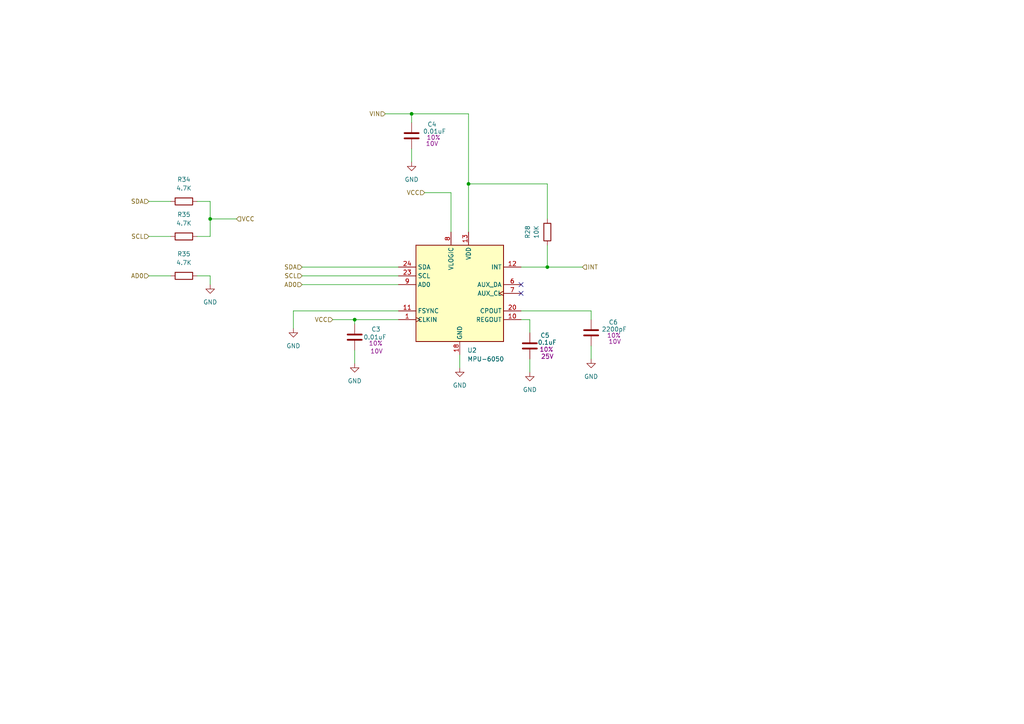
<source format=kicad_sch>
(kicad_sch (version 20230121) (generator eeschema)

  (uuid 837fad12-5b99-484a-adc5-e42e81ca0dca)

  (paper "A4")

  (title_block
    (company "Yuri GmbH")
  )

  (lib_symbols
    (symbol "Device:C" (pin_numbers hide) (pin_names (offset 0.254)) (in_bom yes) (on_board yes)
      (property "Reference" "C" (at 0.635 2.54 0)
        (effects (font (size 1.27 1.27)) (justify left))
      )
      (property "Value" "C" (at 0.635 -2.54 0)
        (effects (font (size 1.27 1.27)) (justify left))
      )
      (property "Footprint" "" (at 0.9652 -3.81 0)
        (effects (font (size 1.27 1.27)) hide)
      )
      (property "Datasheet" "~" (at 0 0 0)
        (effects (font (size 1.27 1.27)) hide)
      )
      (property "ki_keywords" "cap capacitor" (at 0 0 0)
        (effects (font (size 1.27 1.27)) hide)
      )
      (property "ki_description" "Unpolarized capacitor" (at 0 0 0)
        (effects (font (size 1.27 1.27)) hide)
      )
      (property "ki_fp_filters" "C_*" (at 0 0 0)
        (effects (font (size 1.27 1.27)) hide)
      )
      (symbol "C_0_1"
        (polyline
          (pts
            (xy -2.032 -0.762)
            (xy 2.032 -0.762)
          )
          (stroke (width 0.508) (type default))
          (fill (type none))
        )
        (polyline
          (pts
            (xy -2.032 0.762)
            (xy 2.032 0.762)
          )
          (stroke (width 0.508) (type default))
          (fill (type none))
        )
      )
      (symbol "C_1_1"
        (pin passive line (at 0 3.81 270) (length 2.794)
          (name "~" (effects (font (size 1.27 1.27))))
          (number "1" (effects (font (size 1.27 1.27))))
        )
        (pin passive line (at 0 -3.81 90) (length 2.794)
          (name "~" (effects (font (size 1.27 1.27))))
          (number "2" (effects (font (size 1.27 1.27))))
        )
      )
    )
    (symbol "Device:R" (pin_numbers hide) (pin_names (offset 0)) (in_bom yes) (on_board yes)
      (property "Reference" "R" (at 2.032 0 90)
        (effects (font (size 1.27 1.27)))
      )
      (property "Value" "R" (at 0 0 90)
        (effects (font (size 1.27 1.27)))
      )
      (property "Footprint" "" (at -1.778 0 90)
        (effects (font (size 1.27 1.27)) hide)
      )
      (property "Datasheet" "~" (at 0 0 0)
        (effects (font (size 1.27 1.27)) hide)
      )
      (property "ki_keywords" "R res resistor" (at 0 0 0)
        (effects (font (size 1.27 1.27)) hide)
      )
      (property "ki_description" "Resistor" (at 0 0 0)
        (effects (font (size 1.27 1.27)) hide)
      )
      (property "ki_fp_filters" "R_*" (at 0 0 0)
        (effects (font (size 1.27 1.27)) hide)
      )
      (symbol "R_0_1"
        (rectangle (start -1.016 -2.54) (end 1.016 2.54)
          (stroke (width 0.254) (type default))
          (fill (type none))
        )
      )
      (symbol "R_1_1"
        (pin passive line (at 0 3.81 270) (length 1.27)
          (name "~" (effects (font (size 1.27 1.27))))
          (number "1" (effects (font (size 1.27 1.27))))
        )
        (pin passive line (at 0 -3.81 90) (length 1.27)
          (name "~" (effects (font (size 1.27 1.27))))
          (number "2" (effects (font (size 1.27 1.27))))
        )
      )
    )
    (symbol "Sensor_Motion:MPU-6050" (in_bom yes) (on_board yes)
      (property "Reference" "U" (at -11.43 13.97 0)
        (effects (font (size 1.27 1.27)))
      )
      (property "Value" "MPU-6050" (at 7.62 -15.24 0)
        (effects (font (size 1.27 1.27)))
      )
      (property "Footprint" "Sensor_Motion:InvenSense_QFN-24_4x4mm_P0.5mm" (at 0 -20.32 0)
        (effects (font (size 1.27 1.27)) hide)
      )
      (property "Datasheet" "https://invensense.tdk.com/wp-content/uploads/2015/02/MPU-6000-Datasheet1.pdf" (at 0 -3.81 0)
        (effects (font (size 1.27 1.27)) hide)
      )
      (property "ki_keywords" "mems" (at 0 0 0)
        (effects (font (size 1.27 1.27)) hide)
      )
      (property "ki_description" "InvenSense 6-Axis Motion Sensor, Gyroscope, Accelerometer, I2C" (at 0 0 0)
        (effects (font (size 1.27 1.27)) hide)
      )
      (property "ki_fp_filters" "*QFN*4x4mm*P0.5mm*" (at 0 0 0)
        (effects (font (size 1.27 1.27)) hide)
      )
      (symbol "MPU-6050_0_0"
        (text "" (at 12.7 -2.54 0)
          (effects (font (size 1.27 1.27)))
        )
      )
      (symbol "MPU-6050_0_1"
        (rectangle (start -12.7 13.97) (end 12.7 -13.97)
          (stroke (width 0.254) (type default))
          (fill (type background))
        )
      )
      (symbol "MPU-6050_1_1"
        (pin input clock (at -17.78 -7.62 0) (length 5.08)
          (name "CLKIN" (effects (font (size 1.27 1.27))))
          (number "1" (effects (font (size 1.27 1.27))))
        )
        (pin passive line (at 17.78 -7.62 180) (length 5.08)
          (name "REGOUT" (effects (font (size 1.27 1.27))))
          (number "10" (effects (font (size 1.27 1.27))))
        )
        (pin input line (at -17.78 -5.08 0) (length 5.08)
          (name "FSYNC" (effects (font (size 1.27 1.27))))
          (number "11" (effects (font (size 1.27 1.27))))
        )
        (pin output line (at 17.78 7.62 180) (length 5.08)
          (name "INT" (effects (font (size 1.27 1.27))))
          (number "12" (effects (font (size 1.27 1.27))))
        )
        (pin power_in line (at 2.54 17.78 270) (length 3.81)
          (name "VDD" (effects (font (size 1.27 1.27))))
          (number "13" (effects (font (size 1.27 1.27))))
        )
        (pin no_connect line (at -12.7 -10.16 0) (length 2.54) hide
          (name "NC" (effects (font (size 1.27 1.27))))
          (number "14" (effects (font (size 1.27 1.27))))
        )
        (pin no_connect line (at 12.7 12.7 180) (length 2.54) hide
          (name "NC" (effects (font (size 1.27 1.27))))
          (number "15" (effects (font (size 1.27 1.27))))
        )
        (pin no_connect line (at 12.7 10.16 180) (length 2.54) hide
          (name "NC" (effects (font (size 1.27 1.27))))
          (number "16" (effects (font (size 1.27 1.27))))
        )
        (pin no_connect line (at 12.7 5.08 180) (length 2.54) hide
          (name "NC" (effects (font (size 1.27 1.27))))
          (number "17" (effects (font (size 1.27 1.27))))
        )
        (pin power_in line (at 0 -17.78 90) (length 3.81)
          (name "GND" (effects (font (size 1.27 1.27))))
          (number "18" (effects (font (size 1.27 1.27))))
        )
        (pin no_connect line (at 12.7 -10.16 180) (length 2.54) hide
          (name "RESV" (effects (font (size 1.27 1.27))))
          (number "19" (effects (font (size 1.27 1.27))))
        )
        (pin no_connect line (at -12.7 12.7 0) (length 2.54) hide
          (name "NC" (effects (font (size 1.27 1.27))))
          (number "2" (effects (font (size 1.27 1.27))))
        )
        (pin passive line (at 17.78 -5.08 180) (length 5.08)
          (name "CPOUT" (effects (font (size 1.27 1.27))))
          (number "20" (effects (font (size 1.27 1.27))))
        )
        (pin no_connect line (at 12.7 -2.54 180) (length 2.54) hide
          (name "RESV" (effects (font (size 1.27 1.27))))
          (number "21" (effects (font (size 1.27 1.27))))
        )
        (pin no_connect line (at 12.7 -12.7 180) (length 2.54) hide
          (name "RESV" (effects (font (size 1.27 1.27))))
          (number "22" (effects (font (size 1.27 1.27))))
        )
        (pin input line (at -17.78 5.08 0) (length 5.08)
          (name "SCL" (effects (font (size 1.27 1.27))))
          (number "23" (effects (font (size 1.27 1.27))))
        )
        (pin bidirectional line (at -17.78 7.62 0) (length 5.08)
          (name "SDA" (effects (font (size 1.27 1.27))))
          (number "24" (effects (font (size 1.27 1.27))))
        )
        (pin no_connect line (at -12.7 10.16 0) (length 2.54) hide
          (name "NC" (effects (font (size 1.27 1.27))))
          (number "3" (effects (font (size 1.27 1.27))))
        )
        (pin no_connect line (at -12.7 0 0) (length 2.54) hide
          (name "NC" (effects (font (size 1.27 1.27))))
          (number "4" (effects (font (size 1.27 1.27))))
        )
        (pin no_connect line (at -12.7 -2.54 0) (length 2.54) hide
          (name "NC" (effects (font (size 1.27 1.27))))
          (number "5" (effects (font (size 1.27 1.27))))
        )
        (pin bidirectional line (at 17.78 2.54 180) (length 5.08)
          (name "AUX_DA" (effects (font (size 1.27 1.27))))
          (number "6" (effects (font (size 1.27 1.27))))
        )
        (pin output clock (at 17.78 0 180) (length 5.08)
          (name "AUX_CL" (effects (font (size 1.27 1.27))))
          (number "7" (effects (font (size 1.27 1.27))))
        )
        (pin power_in line (at -2.54 17.78 270) (length 3.81)
          (name "VLOGIC" (effects (font (size 1.27 1.27))))
          (number "8" (effects (font (size 1.27 1.27))))
        )
        (pin input line (at -17.78 2.54 0) (length 5.08)
          (name "AD0" (effects (font (size 1.27 1.27))))
          (number "9" (effects (font (size 1.27 1.27))))
        )
      )
    )
    (symbol "power:GND" (power) (pin_names (offset 0)) (in_bom yes) (on_board yes)
      (property "Reference" "#PWR" (at 0 -6.35 0)
        (effects (font (size 1.27 1.27)) hide)
      )
      (property "Value" "GND" (at 0 -3.81 0)
        (effects (font (size 1.27 1.27)))
      )
      (property "Footprint" "" (at 0 0 0)
        (effects (font (size 1.27 1.27)) hide)
      )
      (property "Datasheet" "" (at 0 0 0)
        (effects (font (size 1.27 1.27)) hide)
      )
      (property "ki_keywords" "global power" (at 0 0 0)
        (effects (font (size 1.27 1.27)) hide)
      )
      (property "ki_description" "Power symbol creates a global label with name \"GND\" , ground" (at 0 0 0)
        (effects (font (size 1.27 1.27)) hide)
      )
      (symbol "GND_0_1"
        (polyline
          (pts
            (xy 0 0)
            (xy 0 -1.27)
            (xy 1.27 -1.27)
            (xy 0 -2.54)
            (xy -1.27 -1.27)
            (xy 0 -1.27)
          )
          (stroke (width 0) (type default))
          (fill (type none))
        )
      )
      (symbol "GND_1_1"
        (pin power_in line (at 0 0 270) (length 0) hide
          (name "GND" (effects (font (size 1.27 1.27))))
          (number "1" (effects (font (size 1.27 1.27))))
        )
      )
    )
  )

  (junction (at 119.38 33.02) (diameter 0) (color 0 0 0 0)
    (uuid 179a47ee-70ce-418d-8087-2170f53dc881)
  )
  (junction (at 60.96 63.5) (diameter 0) (color 0 0 0 0)
    (uuid 2f183b64-8f52-4dda-8afa-696b59ba1d54)
  )
  (junction (at 158.75 77.47) (diameter 0) (color 0 0 0 0)
    (uuid 7b53b4d4-6e46-42c2-944d-718dbedd70ff)
  )
  (junction (at 135.89 53.34) (diameter 0) (color 0 0 0 0)
    (uuid a904639b-6415-4761-8faa-643812580670)
  )
  (junction (at 102.87 92.71) (diameter 0) (color 0 0 0 0)
    (uuid ad23cd7c-8b33-43c7-8880-b5b6a99be706)
  )

  (no_connect (at 151.13 85.09) (uuid 34dc42e4-e75c-4343-82d4-9d39ad6a94bd))
  (no_connect (at 151.13 82.55) (uuid ea2923b9-a8d9-4d7b-b533-e08ef95ca845))

  (wire (pts (xy 123.19 55.88) (xy 130.81 55.88))
    (stroke (width 0) (type default))
    (uuid 05d4716e-15f4-4b91-9927-eb0414c39000)
  )
  (wire (pts (xy 119.38 43.18) (xy 119.38 46.99))
    (stroke (width 0) (type default))
    (uuid 0b34e1fd-692c-4e77-ac76-3dea42921c58)
  )
  (wire (pts (xy 68.58 63.5) (xy 60.96 63.5))
    (stroke (width 0) (type default))
    (uuid 0b4de4b5-efa6-4f9c-b5b7-350b12a1ad02)
  )
  (wire (pts (xy 60.96 68.58) (xy 60.96 63.5))
    (stroke (width 0) (type default))
    (uuid 0dc28c5c-1693-4efc-b1de-37c2a388c8f2)
  )
  (wire (pts (xy 102.87 101.6) (xy 102.87 105.41))
    (stroke (width 0) (type default))
    (uuid 0e115072-be76-446b-ac66-e6d94a043622)
  )
  (wire (pts (xy 57.15 80.01) (xy 60.96 80.01))
    (stroke (width 0) (type default))
    (uuid 143d0a66-6d2d-4bbc-9cd5-c510866c1c90)
  )
  (wire (pts (xy 133.35 102.87) (xy 133.35 106.68))
    (stroke (width 0) (type default))
    (uuid 15f71b0a-e061-4d1c-afe9-6126421cf5f1)
  )
  (wire (pts (xy 119.38 33.02) (xy 135.89 33.02))
    (stroke (width 0) (type default))
    (uuid 1d09a273-4c4b-463f-ab69-f393ef8c9a11)
  )
  (wire (pts (xy 171.45 90.17) (xy 171.45 92.71))
    (stroke (width 0) (type default))
    (uuid 2305f20e-adec-48b2-a88d-31dd0edf0856)
  )
  (wire (pts (xy 119.38 33.02) (xy 119.38 35.56))
    (stroke (width 0) (type default))
    (uuid 23c79512-6819-428f-97c1-f207735a7b1d)
  )
  (wire (pts (xy 111.76 33.02) (xy 119.38 33.02))
    (stroke (width 0) (type default))
    (uuid 2b8fd650-219a-445c-a3eb-603bfb946e1c)
  )
  (wire (pts (xy 87.63 80.01) (xy 115.57 80.01))
    (stroke (width 0) (type default))
    (uuid 2f2db0e4-de39-4a85-ab79-c8db28734b68)
  )
  (wire (pts (xy 130.81 55.88) (xy 130.81 67.31))
    (stroke (width 0) (type default))
    (uuid 3abe8fc5-60b0-4476-be25-803eaaca63ab)
  )
  (wire (pts (xy 60.96 80.01) (xy 60.96 82.55))
    (stroke (width 0) (type default))
    (uuid 3bfdf07f-eda8-4a0f-a184-e15b34e94337)
  )
  (wire (pts (xy 158.75 63.5) (xy 158.75 53.34))
    (stroke (width 0) (type default))
    (uuid 3de3ba98-8305-4f3f-8974-6e0cca173b9a)
  )
  (wire (pts (xy 135.89 53.34) (xy 135.89 67.31))
    (stroke (width 0) (type default))
    (uuid 4dc687ad-32cf-4979-a1c8-f0bd6935133b)
  )
  (wire (pts (xy 151.13 90.17) (xy 171.45 90.17))
    (stroke (width 0) (type default))
    (uuid 51d88876-71fd-4c97-b0b1-2df65ec9db62)
  )
  (wire (pts (xy 171.45 100.33) (xy 171.45 104.14))
    (stroke (width 0) (type default))
    (uuid 5ce0d5f0-2033-489b-83be-cdb90d393d7b)
  )
  (wire (pts (xy 158.75 53.34) (xy 135.89 53.34))
    (stroke (width 0) (type default))
    (uuid 5e9e21b5-22c0-4cb1-a6bd-9d803ebe912f)
  )
  (wire (pts (xy 158.75 77.47) (xy 168.91 77.47))
    (stroke (width 0) (type default))
    (uuid 6a30fc7c-69cd-4b81-8ae1-88a284d70e00)
  )
  (wire (pts (xy 151.13 77.47) (xy 158.75 77.47))
    (stroke (width 0) (type default))
    (uuid 83c71807-083f-46e5-a47e-ae791655c490)
  )
  (wire (pts (xy 43.18 68.58) (xy 49.53 68.58))
    (stroke (width 0) (type default))
    (uuid 8a38e230-8eb8-4031-80ee-f6df53288449)
  )
  (wire (pts (xy 151.13 92.71) (xy 153.67 92.71))
    (stroke (width 0) (type default))
    (uuid a071b16a-c5b1-4c2e-9edb-d714d06d2bd0)
  )
  (wire (pts (xy 87.63 82.55) (xy 115.57 82.55))
    (stroke (width 0) (type default))
    (uuid a113e29e-602b-4b66-8d5a-7caea216c957)
  )
  (wire (pts (xy 135.89 33.02) (xy 135.89 53.34))
    (stroke (width 0) (type default))
    (uuid a6cea8a2-729b-46cb-8f7e-d1a7c69e180b)
  )
  (wire (pts (xy 85.09 90.17) (xy 115.57 90.17))
    (stroke (width 0) (type default))
    (uuid a7f5cd99-93fc-4dcb-a1c6-537dca08da9e)
  )
  (wire (pts (xy 158.75 71.12) (xy 158.75 77.47))
    (stroke (width 0) (type default))
    (uuid a8fbdf44-6561-4e00-9e73-ddb3da15683a)
  )
  (wire (pts (xy 60.96 58.42) (xy 60.96 63.5))
    (stroke (width 0) (type default))
    (uuid ab9631e2-3553-4424-b097-05414c5259f5)
  )
  (wire (pts (xy 43.18 80.01) (xy 49.53 80.01))
    (stroke (width 0) (type default))
    (uuid ad387ad2-0e20-4473-a986-2345b68745d0)
  )
  (wire (pts (xy 57.15 68.58) (xy 60.96 68.58))
    (stroke (width 0) (type default))
    (uuid c5ba8e6d-c586-41af-a293-7cdf6c6e2ee6)
  )
  (wire (pts (xy 43.18 58.42) (xy 49.53 58.42))
    (stroke (width 0) (type default))
    (uuid cc620893-2e62-45cb-97b0-d10edb6b45c5)
  )
  (wire (pts (xy 153.67 92.71) (xy 153.67 96.52))
    (stroke (width 0) (type default))
    (uuid d1156c01-b61c-4a3b-8d0a-ce5a09cca28f)
  )
  (wire (pts (xy 102.87 92.71) (xy 115.57 92.71))
    (stroke (width 0) (type default))
    (uuid d37201ae-3a29-42e1-95fa-b0e03bd5240a)
  )
  (wire (pts (xy 102.87 93.98) (xy 102.87 92.71))
    (stroke (width 0) (type default))
    (uuid d68fdf62-a6a5-407b-a13a-0a0f8071afa5)
  )
  (wire (pts (xy 96.52 92.71) (xy 102.87 92.71))
    (stroke (width 0) (type default))
    (uuid dbe8bedc-bf15-4584-839d-8ca02f50e00a)
  )
  (wire (pts (xy 87.63 77.47) (xy 115.57 77.47))
    (stroke (width 0) (type default))
    (uuid e55d4ad2-6f7d-4593-9162-f6647d57aca1)
  )
  (wire (pts (xy 57.15 58.42) (xy 60.96 58.42))
    (stroke (width 0) (type default))
    (uuid f6fa9935-316b-4465-aeb2-1a67be31038c)
  )
  (wire (pts (xy 153.67 104.14) (xy 153.67 107.95))
    (stroke (width 0) (type default))
    (uuid faaef68d-4738-4341-9419-e9642bcb05c2)
  )
  (wire (pts (xy 85.09 95.25) (xy 85.09 90.17))
    (stroke (width 0) (type default))
    (uuid fe3b458d-b0b4-4a33-bc4d-ae5468775f98)
  )

  (hierarchical_label "VCC" (shape input) (at 68.58 63.5 0) (fields_autoplaced)
    (effects (font (size 1.27 1.27)) (justify left))
    (uuid 2e733af9-0673-4d5b-86f7-dc3249c4a46b)
  )
  (hierarchical_label "SDA" (shape input) (at 43.18 58.42 180) (fields_autoplaced)
    (effects (font (size 1.27 1.27)) (justify right))
    (uuid 6425d218-4745-447d-af1e-3ff5b5a9de44)
  )
  (hierarchical_label "VCC" (shape input) (at 96.52 92.71 180) (fields_autoplaced)
    (effects (font (size 1.27 1.27)) (justify right))
    (uuid 68be2334-4678-47fe-8d9a-9a04e5ad106b)
  )
  (hierarchical_label "VCC" (shape input) (at 123.19 55.88 180) (fields_autoplaced)
    (effects (font (size 1.27 1.27)) (justify right))
    (uuid 6917175e-bcc9-49cb-b37d-e7434805c27d)
  )
  (hierarchical_label "AD0" (shape input) (at 87.63 82.55 180) (fields_autoplaced)
    (effects (font (size 1.27 1.27)) (justify right))
    (uuid 73cdab9b-0f80-4b83-b0f4-a188ba93d17d)
  )
  (hierarchical_label "VIN" (shape input) (at 111.76 33.02 180) (fields_autoplaced)
    (effects (font (size 1.27 1.27)) (justify right))
    (uuid 77ee4101-da02-42be-b318-a3a08f9ab9bf)
  )
  (hierarchical_label "AD0" (shape input) (at 43.18 80.01 180) (fields_autoplaced)
    (effects (font (size 1.27 1.27)) (justify right))
    (uuid c797f42e-47d9-4758-aa2b-ef03273bd9eb)
  )
  (hierarchical_label "SCL" (shape input) (at 43.18 68.58 180) (fields_autoplaced)
    (effects (font (size 1.27 1.27)) (justify right))
    (uuid cae8993b-4dcc-46bd-ba42-1a4d4bf327b7)
  )
  (hierarchical_label "SDA" (shape input) (at 87.63 77.47 180) (fields_autoplaced)
    (effects (font (size 1.27 1.27)) (justify right))
    (uuid dc99ffb4-b386-4568-bc17-0110307f6760)
  )
  (hierarchical_label "INT" (shape input) (at 168.91 77.47 0) (fields_autoplaced)
    (effects (font (size 1.27 1.27)) (justify left))
    (uuid facb5afd-5928-49ad-aec2-24b61752bb0f)
  )
  (hierarchical_label "SCL" (shape input) (at 87.63 80.01 180) (fields_autoplaced)
    (effects (font (size 1.27 1.27)) (justify right))
    (uuid fd864335-020b-44a8-aca5-45773c924f63)
  )

  (symbol (lib_id "Device:C") (at 119.38 39.37 0) (unit 1)
    (in_bom yes) (on_board yes) (dnp no)
    (uuid 0c6d1897-08de-4fe5-84e4-cfcd0829b18b)
    (property "Reference" "C4" (at 123.952 36.068 0)
      (effects (font (size 1.27 1.27)) (justify left))
    )
    (property "Value" "0.01uF" (at 122.682 38.1 0)
      (effects (font (size 1.27 1.27)) (justify left))
    )
    (property "Footprint" "Capacitor_SMD:C_0402_1005Metric_Pad0.74x0.62mm_HandSolder" (at 120.3452 43.18 0)
      (effects (font (size 1.27 1.27)) hide)
    )
    (property "Datasheet" "https://connect.kemet.com:7667/gateway/IntelliData-ComponentDocumentation/1.0/download/datasheet/C0805C103J5RAC7210" (at 119.38 39.37 0)
      (effects (font (size 1.27 1.27)) hide)
    )
    (property "Tolerance" "10%" (at 123.698 39.878 0)
      (effects (font (size 1.27 1.27)) (justify left))
    )
    (property "Voltage" "10V" (at 123.444 41.656 0)
      (effects (font (size 1.27 1.27)) (justify left))
    )
    (property "Supplier" "DigiKey" (at 119.38 39.37 0)
      (effects (font (size 1.27 1.27)) hide)
    )
    (property "Supplier part number" "C0402C103K8RAC7867" (at 119.38 39.37 0)
      (effects (font (size 1.27 1.27)) hide)
    )
    (pin "1" (uuid 4f0439f7-2aec-4296-a110-b47b005b6124))
    (pin "2" (uuid 5bde91c9-706b-4dfc-bcc4-2a0629a19892))
    (instances
      (project "fluidics"
        (path "/5aff9a6f-f35d-45e7-96e9-9f7161704ccd/df9c2951-dadc-4a79-9fa2-8e9b92dbee3d"
          (reference "C4") (unit 1)
        )
      )
    )
  )

  (symbol (lib_id "power:GND") (at 133.35 106.68 0) (unit 1)
    (in_bom yes) (on_board yes) (dnp no) (fields_autoplaced)
    (uuid 0f73a962-c0da-45bf-a789-b9250aa2998f)
    (property "Reference" "#PWR065" (at 133.35 113.03 0)
      (effects (font (size 1.27 1.27)) hide)
    )
    (property "Value" "GND" (at 133.35 111.76 0)
      (effects (font (size 1.27 1.27)))
    )
    (property "Footprint" "" (at 133.35 106.68 0)
      (effects (font (size 1.27 1.27)) hide)
    )
    (property "Datasheet" "" (at 133.35 106.68 0)
      (effects (font (size 1.27 1.27)) hide)
    )
    (pin "1" (uuid 2e366284-27f9-4176-ae71-1bcafeb8bd59))
    (instances
      (project "fluidics"
        (path "/5aff9a6f-f35d-45e7-96e9-9f7161704ccd/df9c2951-dadc-4a79-9fa2-8e9b92dbee3d"
          (reference "#PWR065") (unit 1)
        )
      )
    )
  )

  (symbol (lib_id "Device:R") (at 53.34 68.58 270) (unit 1)
    (in_bom yes) (on_board yes) (dnp no) (fields_autoplaced)
    (uuid 3fd4bae3-2371-4cc0-bfe3-ea237ce19cd6)
    (property "Reference" "R35" (at 53.34 62.23 90)
      (effects (font (size 1.27 1.27)))
    )
    (property "Value" "4.7K" (at 53.34 64.77 90)
      (effects (font (size 1.27 1.27)))
    )
    (property "Footprint" "Resistor_SMD:R_0402_1005Metric_Pad0.72x0.64mm_HandSolder" (at 53.34 66.802 90)
      (effects (font (size 1.27 1.27)) hide)
    )
    (property "Datasheet" "https://www.seielect.com/catalog/sei-rmcf_rmcp.pdf" (at 53.34 68.58 0)
      (effects (font (size 1.27 1.27)) hide)
    )
    (property "Power" "1/8W" (at 53.34 68.58 0)
      (effects (font (size 1.27 1.27)) hide)
    )
    (property "Supplier" "DigiKey" (at 53.34 68.58 0)
      (effects (font (size 1.27 1.27)) hide)
    )
    (property "Supplier part number" "AC0402FR-7W4K7L" (at 53.34 68.58 0)
      (effects (font (size 1.27 1.27)) hide)
    )
    (property "Tolerance" "1%" (at 53.34 68.58 0)
      (effects (font (size 1.27 1.27)) hide)
    )
    (pin "1" (uuid 2fab276e-aa20-41ea-9133-1f20752564f5))
    (pin "2" (uuid d7bbedc8-57be-4714-a5d0-fc9edd7dbaf5))
    (instances
      (project "fluidics"
        (path "/5aff9a6f-f35d-45e7-96e9-9f7161704ccd"
          (reference "R35") (unit 1)
        )
        (path "/5aff9a6f-f35d-45e7-96e9-9f7161704ccd/df9c2951-dadc-4a79-9fa2-8e9b92dbee3d"
          (reference "R10") (unit 1)
        )
      )
    )
  )

  (symbol (lib_id "Sensor_Motion:MPU-6050") (at 133.35 85.09 0) (unit 1)
    (in_bom yes) (on_board yes) (dnp no) (fields_autoplaced)
    (uuid 4f13ac3d-b4b8-4e1c-8985-d3b5b0dd237c)
    (property "Reference" "U2" (at 135.5441 101.6 0)
      (effects (font (size 1.27 1.27)) (justify left))
    )
    (property "Value" "MPU-6050" (at 135.5441 104.14 0)
      (effects (font (size 1.27 1.27)) (justify left))
    )
    (property "Footprint" "Sensor_Motion:InvenSense_QFN-24_4x4mm_P0.5mm" (at 133.35 105.41 0)
      (effects (font (size 1.27 1.27)) hide)
    )
    (property "Datasheet" "https://invensense.tdk.com/wp-content/uploads/2015/02/MPU-6000-Datasheet1.pdf" (at 133.35 88.9 0)
      (effects (font (size 1.27 1.27)) hide)
    )
    (property "Supplier" "Digikey" (at 133.35 85.09 0)
      (effects (font (size 1.27 1.27)) hide)
    )
    (property "Supplier part number" "MPU-6050" (at 133.35 85.09 0)
      (effects (font (size 1.27 1.27)) hide)
    )
    (pin "1" (uuid 27f9c889-e301-405b-ba7f-4ac4440a3246))
    (pin "10" (uuid b1ded3de-564c-4459-8bed-2791dc971e4e))
    (pin "11" (uuid 6747901b-8502-48e0-97d6-92849a37cc0c))
    (pin "12" (uuid 9cc2f2d0-a19e-4512-8e0c-0068d3965b12))
    (pin "13" (uuid db7b334c-2c92-4d77-bd73-7136284d21d4))
    (pin "14" (uuid 8c816fbc-b6d1-4436-b0ff-dfc13d38e7db))
    (pin "15" (uuid c97833cc-c314-4523-88fc-06af1c8da5cf))
    (pin "16" (uuid d62f0f6a-a77d-4eb1-8dac-d07a555d0121))
    (pin "17" (uuid 02d95689-897f-4d98-a314-e45729c66f5b))
    (pin "18" (uuid e1561a44-aaf5-4324-9bdf-0c91c18aaa26))
    (pin "19" (uuid a0ea587d-751a-4753-b9c1-e141773d8146))
    (pin "2" (uuid 6e849440-630f-4337-abbb-a3a8f28914a8))
    (pin "20" (uuid 2bdbac1d-3e62-4f01-aba7-4306d672a843))
    (pin "21" (uuid f2a46f2d-18a1-46fb-a414-f92f51c0c2db))
    (pin "22" (uuid 0e2a7de4-ec24-452e-8fdb-d68f379cf685))
    (pin "23" (uuid 496673f1-97f9-485b-bc49-93e79854d61c))
    (pin "24" (uuid 5dd34ac2-e1bf-477c-a610-d6b035a1f488))
    (pin "3" (uuid 57a16a90-3d58-4bc0-9588-25e9639bb627))
    (pin "4" (uuid c0dfb206-dd31-4558-b198-0b011f0cccdc))
    (pin "5" (uuid 16d7611e-d1f0-4d91-a604-3dfb018643a8))
    (pin "6" (uuid 6dfc6ffe-7598-4c7f-8db7-5b23ba3ee2ff))
    (pin "7" (uuid b9749741-2842-4d68-b785-7765b4475088))
    (pin "8" (uuid 6e325ed3-28de-43f5-a6f4-658e7c513b6a))
    (pin "9" (uuid 454f3d54-8422-404e-8817-7ada21d42fc9))
    (instances
      (project "fluidics"
        (path "/5aff9a6f-f35d-45e7-96e9-9f7161704ccd/df9c2951-dadc-4a79-9fa2-8e9b92dbee3d"
          (reference "U2") (unit 1)
        )
      )
    )
  )

  (symbol (lib_id "power:GND") (at 102.87 105.41 0) (unit 1)
    (in_bom yes) (on_board yes) (dnp no) (fields_autoplaced)
    (uuid 5d93d49c-b1fb-4fd7-82f9-f36d43ee9a8c)
    (property "Reference" "#PWR063" (at 102.87 111.76 0)
      (effects (font (size 1.27 1.27)) hide)
    )
    (property "Value" "GND" (at 102.87 110.49 0)
      (effects (font (size 1.27 1.27)))
    )
    (property "Footprint" "" (at 102.87 105.41 0)
      (effects (font (size 1.27 1.27)) hide)
    )
    (property "Datasheet" "" (at 102.87 105.41 0)
      (effects (font (size 1.27 1.27)) hide)
    )
    (pin "1" (uuid 45dd1067-fdd1-4d9c-8eb6-c50757147f59))
    (instances
      (project "fluidics"
        (path "/5aff9a6f-f35d-45e7-96e9-9f7161704ccd/df9c2951-dadc-4a79-9fa2-8e9b92dbee3d"
          (reference "#PWR063") (unit 1)
        )
      )
    )
  )

  (symbol (lib_id "power:GND") (at 60.96 82.55 0) (unit 1)
    (in_bom yes) (on_board yes) (dnp no) (fields_autoplaced)
    (uuid 64fb9fcc-3cca-4f22-9b93-9da95c8a4d8e)
    (property "Reference" "#PWR061" (at 60.96 88.9 0)
      (effects (font (size 1.27 1.27)) hide)
    )
    (property "Value" "GND" (at 60.96 87.63 0)
      (effects (font (size 1.27 1.27)))
    )
    (property "Footprint" "" (at 60.96 82.55 0)
      (effects (font (size 1.27 1.27)) hide)
    )
    (property "Datasheet" "" (at 60.96 82.55 0)
      (effects (font (size 1.27 1.27)) hide)
    )
    (pin "1" (uuid 297d2aee-c4d9-44db-9afd-c2e48e1fe2b3))
    (instances
      (project "fluidics"
        (path "/5aff9a6f-f35d-45e7-96e9-9f7161704ccd/df9c2951-dadc-4a79-9fa2-8e9b92dbee3d"
          (reference "#PWR061") (unit 1)
        )
      )
    )
  )

  (symbol (lib_id "Device:C") (at 171.45 96.52 0) (unit 1)
    (in_bom yes) (on_board yes) (dnp no)
    (uuid 8d64025b-fda0-45b8-bda6-f58785322744)
    (property "Reference" "C6" (at 176.53 93.472 0)
      (effects (font (size 1.27 1.27)) (justify left))
    )
    (property "Value" "2200pF" (at 174.498 95.504 0)
      (effects (font (size 1.27 1.27)) (justify left))
    )
    (property "Footprint" "Capacitor_SMD:C_0402_1005Metric_Pad0.74x0.62mm_HandSolder" (at 172.4152 100.33 0)
      (effects (font (size 1.27 1.27)) hide)
    )
    (property "Datasheet" "~" (at 171.45 96.52 0)
      (effects (font (size 1.27 1.27)) hide)
    )
    (property "Tolerance" "10%" (at 178.054 97.282 0)
      (effects (font (size 1.27 1.27)))
    )
    (property "Voltage" "10V" (at 178.308 99.06 0)
      (effects (font (size 1.27 1.27)))
    )
    (property "Supplier part number" "GCM155R71H222KA37J" (at 171.45 96.52 0)
      (effects (font (size 1.27 1.27)) hide)
    )
    (property "Supplier" "Mouser" (at 171.45 96.52 0)
      (effects (font (size 1.27 1.27)) hide)
    )
    (pin "1" (uuid b932dafc-2f98-4433-9413-91c2d6b2c37e))
    (pin "2" (uuid dec915ac-9a79-4ac3-a8ac-4dea1889a65e))
    (instances
      (project "fluidics"
        (path "/5aff9a6f-f35d-45e7-96e9-9f7161704ccd/df9c2951-dadc-4a79-9fa2-8e9b92dbee3d"
          (reference "C6") (unit 1)
        )
      )
    )
  )

  (symbol (lib_id "Device:R") (at 53.34 80.01 270) (unit 1)
    (in_bom yes) (on_board yes) (dnp no) (fields_autoplaced)
    (uuid 9871237b-a638-415f-8dce-04ef24d6f2b2)
    (property "Reference" "R35" (at 53.34 73.66 90)
      (effects (font (size 1.27 1.27)))
    )
    (property "Value" "4.7K" (at 53.34 76.2 90)
      (effects (font (size 1.27 1.27)))
    )
    (property "Footprint" "Resistor_SMD:R_0402_1005Metric_Pad0.72x0.64mm_HandSolder" (at 53.34 78.232 90)
      (effects (font (size 1.27 1.27)) hide)
    )
    (property "Datasheet" "https://www.seielect.com/catalog/sei-rmcf_rmcp.pdf" (at 53.34 80.01 0)
      (effects (font (size 1.27 1.27)) hide)
    )
    (property "Power" "1/8W" (at 53.34 80.01 0)
      (effects (font (size 1.27 1.27)) hide)
    )
    (property "Supplier" "DigiKey" (at 53.34 80.01 0)
      (effects (font (size 1.27 1.27)) hide)
    )
    (property "Supplier part number" "AC0402FR-7W4K7L" (at 53.34 80.01 0)
      (effects (font (size 1.27 1.27)) hide)
    )
    (property "Tolerance" "1%" (at 53.34 80.01 0)
      (effects (font (size 1.27 1.27)) hide)
    )
    (pin "1" (uuid 64511b69-2262-42be-8fd6-8cf695cee274))
    (pin "2" (uuid c8268d68-868c-4660-b78d-525ced8b17a1))
    (instances
      (project "fluidics"
        (path "/5aff9a6f-f35d-45e7-96e9-9f7161704ccd"
          (reference "R35") (unit 1)
        )
        (path "/5aff9a6f-f35d-45e7-96e9-9f7161704ccd/df9c2951-dadc-4a79-9fa2-8e9b92dbee3d"
          (reference "R11") (unit 1)
        )
      )
    )
  )

  (symbol (lib_id "Device:C") (at 153.67 100.33 0) (unit 1)
    (in_bom yes) (on_board yes) (dnp no)
    (uuid 9f7bb8f2-a472-4f4d-9df3-e28991ff0b4f)
    (property "Reference" "C5" (at 156.718 97.282 0)
      (effects (font (size 1.27 1.27)) (justify left))
    )
    (property "Value" "0.1uF" (at 155.956 99.314 0)
      (effects (font (size 1.27 1.27)) (justify left))
    )
    (property "Footprint" "Capacitor_SMD:C_0402_1005Metric_Pad0.74x0.62mm_HandSolder" (at 154.6352 104.14 0)
      (effects (font (size 1.27 1.27)) hide)
    )
    (property "Datasheet" "https://mm.digikey.com/Volume0/opasdata/d220001/medias/docus/1284/CL21B104KACNNNC_Spec.pdf" (at 153.67 100.33 0)
      (effects (font (size 1.27 1.27)) hide)
    )
    (property "Tolerance" "10%" (at 158.496 101.346 0)
      (effects (font (size 1.27 1.27)))
    )
    (property "Voltage" "25V" (at 158.75 103.378 0)
      (effects (font (size 1.27 1.27)))
    )
    (property "Supplier" "DigiKey" (at 153.67 100.33 0)
      (effects (font (size 1.27 1.27)) hide)
    )
    (property "Supplier part number" "GRM155R71E104KE14J" (at 153.67 100.33 0)
      (effects (font (size 1.27 1.27)) hide)
    )
    (pin "1" (uuid b3e1b4e1-0703-4d2a-b680-be4477358345))
    (pin "2" (uuid 381f3d46-4694-4a53-8ed5-b90a0da8b117))
    (instances
      (project "fluidics"
        (path "/5aff9a6f-f35d-45e7-96e9-9f7161704ccd/df9c2951-dadc-4a79-9fa2-8e9b92dbee3d"
          (reference "C5") (unit 1)
        )
      )
    )
  )

  (symbol (lib_id "power:GND") (at 119.38 46.99 0) (unit 1)
    (in_bom yes) (on_board yes) (dnp no) (fields_autoplaced)
    (uuid ad27a8bb-b17f-412a-b726-befe422284de)
    (property "Reference" "#PWR064" (at 119.38 53.34 0)
      (effects (font (size 1.27 1.27)) hide)
    )
    (property "Value" "GND" (at 119.38 52.07 0)
      (effects (font (size 1.27 1.27)))
    )
    (property "Footprint" "" (at 119.38 46.99 0)
      (effects (font (size 1.27 1.27)) hide)
    )
    (property "Datasheet" "" (at 119.38 46.99 0)
      (effects (font (size 1.27 1.27)) hide)
    )
    (pin "1" (uuid ccb26111-6143-44fd-b5d4-0a10bbda24a0))
    (instances
      (project "fluidics"
        (path "/5aff9a6f-f35d-45e7-96e9-9f7161704ccd/df9c2951-dadc-4a79-9fa2-8e9b92dbee3d"
          (reference "#PWR064") (unit 1)
        )
      )
    )
  )

  (symbol (lib_id "power:GND") (at 171.45 104.14 0) (unit 1)
    (in_bom yes) (on_board yes) (dnp no) (fields_autoplaced)
    (uuid b00bd76f-386f-4743-81f5-056422583ba7)
    (property "Reference" "#PWR067" (at 171.45 110.49 0)
      (effects (font (size 1.27 1.27)) hide)
    )
    (property "Value" "GND" (at 171.45 109.22 0)
      (effects (font (size 1.27 1.27)))
    )
    (property "Footprint" "" (at 171.45 104.14 0)
      (effects (font (size 1.27 1.27)) hide)
    )
    (property "Datasheet" "" (at 171.45 104.14 0)
      (effects (font (size 1.27 1.27)) hide)
    )
    (pin "1" (uuid e0bce078-414b-4883-b1a4-68ca07e57236))
    (instances
      (project "fluidics"
        (path "/5aff9a6f-f35d-45e7-96e9-9f7161704ccd/df9c2951-dadc-4a79-9fa2-8e9b92dbee3d"
          (reference "#PWR067") (unit 1)
        )
      )
    )
  )

  (symbol (lib_id "power:GND") (at 153.67 107.95 0) (unit 1)
    (in_bom yes) (on_board yes) (dnp no) (fields_autoplaced)
    (uuid bb98f0c6-f0a6-4aad-ae37-83c768b41a15)
    (property "Reference" "#PWR066" (at 153.67 114.3 0)
      (effects (font (size 1.27 1.27)) hide)
    )
    (property "Value" "GND" (at 153.67 113.03 0)
      (effects (font (size 1.27 1.27)))
    )
    (property "Footprint" "" (at 153.67 107.95 0)
      (effects (font (size 1.27 1.27)) hide)
    )
    (property "Datasheet" "" (at 153.67 107.95 0)
      (effects (font (size 1.27 1.27)) hide)
    )
    (pin "1" (uuid faa0e41d-5f58-4a20-9f4b-3283f738d950))
    (instances
      (project "fluidics"
        (path "/5aff9a6f-f35d-45e7-96e9-9f7161704ccd/df9c2951-dadc-4a79-9fa2-8e9b92dbee3d"
          (reference "#PWR066") (unit 1)
        )
      )
    )
  )

  (symbol (lib_id "Device:R") (at 158.75 67.31 180) (unit 1)
    (in_bom yes) (on_board yes) (dnp no) (fields_autoplaced)
    (uuid cb79991c-a770-4ded-a1f9-ff66b320685b)
    (property "Reference" "R28" (at 153.035 67.31 90)
      (effects (font (size 1.27 1.27)))
    )
    (property "Value" "10K" (at 155.575 67.31 90)
      (effects (font (size 1.27 1.27)))
    )
    (property "Footprint" "Resistor_SMD:R_0402_1005Metric_Pad0.72x0.64mm_HandSolder" (at 160.528 67.31 90)
      (effects (font (size 1.27 1.27)) hide)
    )
    (property "Datasheet" "https://www.seielect.com/catalog/sei-rmcf_rmcp.pdf" (at 158.75 67.31 0)
      (effects (font (size 1.27 1.27)) hide)
    )
    (property "Power" "125mW" (at 158.75 67.31 0)
      (effects (font (size 1.27 1.27)) hide)
    )
    (property "Supplier" "DigiKey" (at 158.75 67.31 0)
      (effects (font (size 1.27 1.27)) hide)
    )
    (property "Supplier part number" "RCC040210K0FKED" (at 158.75 67.31 0)
      (effects (font (size 1.27 1.27)) hide)
    )
    (property "Tolerance" "1%" (at 158.75 67.31 0)
      (effects (font (size 1.27 1.27)) hide)
    )
    (pin "1" (uuid 1ac0577e-dfdb-455a-84bd-8ee05689e08c))
    (pin "2" (uuid 0e69484a-50ce-41a9-8d9b-3fc5a425ebda))
    (instances
      (project "fluidics"
        (path "/5aff9a6f-f35d-45e7-96e9-9f7161704ccd"
          (reference "R28") (unit 1)
        )
        (path "/5aff9a6f-f35d-45e7-96e9-9f7161704ccd/8968f3f6-931b-4843-aaf3-86d0f6c74c9a"
          (reference "R28") (unit 1)
        )
        (path "/5aff9a6f-f35d-45e7-96e9-9f7161704ccd/4374bad9-193b-49e3-86b9-47ca9cfdaf0c"
          (reference "R29") (unit 1)
        )
        (path "/5aff9a6f-f35d-45e7-96e9-9f7161704ccd/df9c2951-dadc-4a79-9fa2-8e9b92dbee3d"
          (reference "R12") (unit 1)
        )
      )
    )
  )

  (symbol (lib_id "power:GND") (at 85.09 95.25 0) (unit 1)
    (in_bom yes) (on_board yes) (dnp no) (fields_autoplaced)
    (uuid cbc6c369-fad7-4cf3-a137-85562123b617)
    (property "Reference" "#PWR062" (at 85.09 101.6 0)
      (effects (font (size 1.27 1.27)) hide)
    )
    (property "Value" "GND" (at 85.09 100.33 0)
      (effects (font (size 1.27 1.27)))
    )
    (property "Footprint" "" (at 85.09 95.25 0)
      (effects (font (size 1.27 1.27)) hide)
    )
    (property "Datasheet" "" (at 85.09 95.25 0)
      (effects (font (size 1.27 1.27)) hide)
    )
    (pin "1" (uuid 2c5cebaa-43bd-4f80-9521-08b2c7b3ae2d))
    (instances
      (project "fluidics"
        (path "/5aff9a6f-f35d-45e7-96e9-9f7161704ccd/df9c2951-dadc-4a79-9fa2-8e9b92dbee3d"
          (reference "#PWR062") (unit 1)
        )
      )
    )
  )

  (symbol (lib_id "Device:C") (at 102.87 97.79 0) (unit 1)
    (in_bom yes) (on_board yes) (dnp no)
    (uuid deff905c-0c8c-4ca1-8f44-96b437e4f93e)
    (property "Reference" "C3" (at 107.696 95.504 0)
      (effects (font (size 1.27 1.27)) (justify left))
    )
    (property "Value" "0.01uF" (at 105.41 97.79 0)
      (effects (font (size 1.27 1.27)) (justify left))
    )
    (property "Footprint" "Capacitor_SMD:C_0402_1005Metric_Pad0.74x0.62mm_HandSolder" (at 103.8352 101.6 0)
      (effects (font (size 1.27 1.27)) hide)
    )
    (property "Datasheet" "https://connect.kemet.com:7667/gateway/IntelliData-ComponentDocumentation/1.0/download/datasheet/C0402C103K8RACTU" (at 102.87 97.79 0)
      (effects (font (size 1.27 1.27)) hide)
    )
    (property "Tolerance" "10%" (at 108.966 99.568 0)
      (effects (font (size 1.27 1.27)))
    )
    (property "Voltage" "10V" (at 109.22 101.854 0)
      (effects (font (size 1.27 1.27)))
    )
    (property "Supplier" "DigiKey" (at 102.87 97.79 0)
      (effects (font (size 1.27 1.27)) hide)
    )
    (property "Supplier part number" "C0402C103K8RAC7867" (at 102.87 97.79 0)
      (effects (font (size 1.27 1.27)) hide)
    )
    (pin "1" (uuid 44f0aaa1-6066-4a21-839e-51a98943af4f))
    (pin "2" (uuid 33b2ed0c-e716-43ef-85dc-039d31c4f754))
    (instances
      (project "fluidics"
        (path "/5aff9a6f-f35d-45e7-96e9-9f7161704ccd/df9c2951-dadc-4a79-9fa2-8e9b92dbee3d"
          (reference "C3") (unit 1)
        )
      )
    )
  )

  (symbol (lib_id "Device:R") (at 53.34 58.42 270) (unit 1)
    (in_bom yes) (on_board yes) (dnp no) (fields_autoplaced)
    (uuid ea084034-a6c8-402f-af0c-2f2b6e02e68f)
    (property "Reference" "R34" (at 53.34 52.07 90)
      (effects (font (size 1.27 1.27)))
    )
    (property "Value" "4.7K" (at 53.34 54.61 90)
      (effects (font (size 1.27 1.27)))
    )
    (property "Footprint" "Resistor_SMD:R_0402_1005Metric_Pad0.72x0.64mm_HandSolder" (at 53.34 56.642 90)
      (effects (font (size 1.27 1.27)) hide)
    )
    (property "Datasheet" "https://www.seielect.com/catalog/sei-rmcf_rmcp.pdf" (at 53.34 58.42 0)
      (effects (font (size 1.27 1.27)) hide)
    )
    (property "Power" "1/8W" (at 53.34 58.42 0)
      (effects (font (size 1.27 1.27)) hide)
    )
    (property "Supplier" "DigiKey" (at 53.34 58.42 0)
      (effects (font (size 1.27 1.27)) hide)
    )
    (property "Supplier part number" "AC0402FR-7W4K7L" (at 53.34 58.42 0)
      (effects (font (size 1.27 1.27)) hide)
    )
    (property "Tolerance" "1%" (at 53.34 58.42 0)
      (effects (font (size 1.27 1.27)) hide)
    )
    (pin "1" (uuid a97e43c5-d9a6-4462-b77a-9807e35e655c))
    (pin "2" (uuid e2e576d1-a547-4332-bf70-242b35cd0d5f))
    (instances
      (project "fluidics"
        (path "/5aff9a6f-f35d-45e7-96e9-9f7161704ccd"
          (reference "R34") (unit 1)
        )
        (path "/5aff9a6f-f35d-45e7-96e9-9f7161704ccd/df9c2951-dadc-4a79-9fa2-8e9b92dbee3d"
          (reference "R9") (unit 1)
        )
      )
    )
  )
)

</source>
